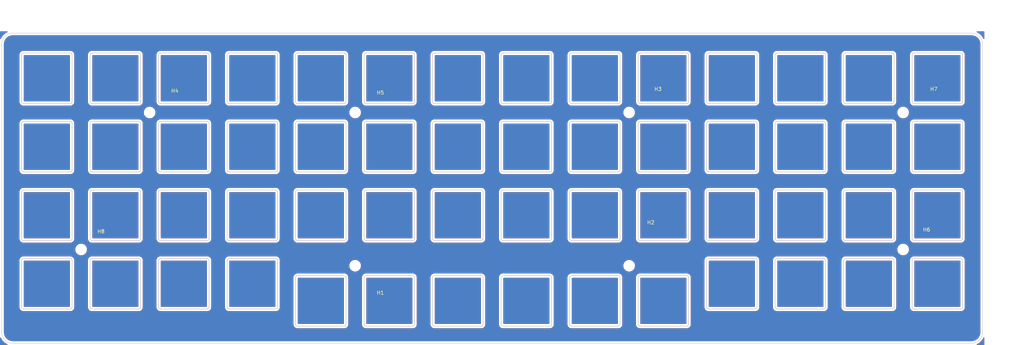
<source format=kicad_pcb>
(kicad_pcb (version 20171130) (host pcbnew "(5.0.2-4-g3082e92af)")
  (layers (0 F.Cu signal) (31 B.Cu signal) (34 B.Paste user hide) (35 F.Paste user hide) (36 B.SilkS user) (37 F.SilkS user) (38 B.Mask user) (39 F.Mask user) (44 Edge.Cuts user))
  (net 0 "")
  (module MountingHole:MountingHole_2.2mm_M2 (layer F.Cu) (at 34.8325 77.77125)
    (fp_text reference H8 (at 5.5 -5) (layer F.SilkS))
    (fp_text value MountingHole)
    (pad 1 np_thru_hole circle (at 0 0) (size 2.2 2.2) (drill 2.2) (layers *.Cu *.Mask))
  )
  (module MountingHole:MountingHole_2.2mm_M2 (layer F.Cu) (at 262.8325 39.77125)
    (fp_text reference H7 (at 8.5 -6.5) (layer F.SilkS))
    (fp_text value MountingHole)
    (pad 1 np_thru_hole circle (at 0 0) (size 2.2 2.2) (drill 2.2) (layers *.Cu *.Mask))
  )
  (module MountingHole:MountingHole_2.2mm_M2 (layer F.Cu) (at 262.8325 77.77125)
    (fp_text reference H6 (at 6.5 -5.5) (layer F.SilkS))
    (fp_text value MountingHole)
    (pad 1 np_thru_hole circle (at 0 0) (size 2.2 2.2) (drill 2.2) (layers *.Cu *.Mask))
  )
  (module MountingHole:MountingHole_2.2mm_M2 (layer F.Cu) (at 110.8325 39.77125)
    (fp_text reference H5 (at 7 -5.5) (layer F.SilkS))
    (fp_text value MountingHole)
    (pad 1 np_thru_hole circle (at 0 0) (size 2.2 2.2) (drill 2.2) (layers *.Cu *.Mask))
  )
  (module MountingHole:MountingHole_2.2mm_M2 (layer F.Cu) (at 53.8325 39.77125)
    (fp_text reference H4 (at 7 -6) (layer F.SilkS))
    (fp_text value MountingHole)
    (pad 1 np_thru_hole circle (at 0 0) (size 2.2 2.2) (drill 2.2) (layers *.Cu *.Mask))
  )
  (module MountingHole:MountingHole_2.2mm_M2 (layer F.Cu) (at 186.8325 39.77125)
    (fp_text reference H3 (at 8 -6.5) (layer F.SilkS))
    (fp_text value MountingHole)
    (pad 1 np_thru_hole circle (at 0 0) (size 2.2 2.2) (drill 2.2) (layers *.Cu *.Mask))
  )
  (module MountingHole:MountingHole_2.2mm_M2 (layer F.Cu) (at 186.8325 82.27125)
    (fp_text reference H2 (at 6 -12) (layer F.SilkS))
    (fp_text value MountingHole)
    (pad 1 np_thru_hole circle (at 0 0) (size 2.2 2.2) (drill 2.2) (layers *.Cu *.Mask))
  )
  (module MountingHole:MountingHole_2.2mm_M2 (layer F.Cu) (at 110.8325 82.27125)
    (fp_text reference H1 (at 7 7.5) (layer F.SilkS))
    (fp_text value MountingHole)
    (pad 1 np_thru_hole circle (at 0 0) (size 2.2 2.2) (drill 2.2) (layers *.Cu *.Mask))
  )
  (gr_line (start 15.8325 17.77125) (end 281.8325 17.77125) (layer Edge.Cuts) (width 0.15))
  (gr_line (start 12.8325 100.77125) (end 12.8325 20.77125) (layer Edge.Cuts) (width 0.15))
  (gr_line (start 281.8325 103.77125) (end 15.8325 103.77125) (layer Edge.Cuts) (width 0.15))
  (gr_line (start 284.8325 20.77125) (end 284.8325 100.77125) (layer Edge.Cuts) (width 0.15))
  (gr_arc (start 15.8325 20.77125) (end 15.8325 17.77125) (angle -90) (layer Edge.Cuts) (width 0.15))
  (gr_arc (start 281.8325 20.77125) (end 284.8325 20.77125) (angle -90) (layer Edge.Cuts) (width 0.15))
  (gr_arc (start 15.8325 100.77125) (end 12.8325 100.77125) (angle -90) (layer Edge.Cuts) (width 0.15))
  (gr_arc (start 281.8325 100.77125) (end 281.8325 103.77125) (angle -90) (layer Edge.Cuts) (width 0.15))
  (gr_arc (start 88.8325 36.77125) (end 88.8325 37.27125) (angle -90) (layer Edge.Cuts) (width 0.2))
  (gr_arc (start 75.8325 36.77125) (end 75.3325 36.77125) (angle -90) (layer Edge.Cuts) (width 0.2))
  (gr_line (start 18.3325 23.77125) (end 18.3325 36.77125) (layer Edge.Cuts) (width 0.2))
  (gr_arc (start 88.8325 55.77125) (end 88.8325 56.27125) (angle -90) (layer Edge.Cuts) (width 0.2))
  (gr_arc (start 75.8325 55.77125) (end 75.3325 55.77125) (angle -90) (layer Edge.Cuts) (width 0.2))
  (gr_arc (start 88.8325 42.77125) (end 89.3325 42.77125) (angle -90) (layer Edge.Cuts) (width 0.2))
  (gr_arc (start 75.8325 42.77125) (end 75.8325 42.27125) (angle -90) (layer Edge.Cuts) (width 0.2))
  (gr_line (start 89.3325 42.77125) (end 89.3325 55.77125) (layer Edge.Cuts) (width 0.2))
  (gr_line (start 75.3325 42.77125) (end 75.3325 55.77125) (layer Edge.Cuts) (width 0.2))
  (gr_line (start 75.8325 56.27125) (end 88.8325 56.27125) (layer Edge.Cuts) (width 0.2))
  (gr_line (start 75.8325 42.27125) (end 88.8325 42.27125) (layer Edge.Cuts) (width 0.2))
  (gr_arc (start 69.8325 55.77125) (end 69.8325 56.27125) (angle -90) (layer Edge.Cuts) (width 0.2))
  (gr_arc (start 56.8325 55.77125) (end 56.3325 55.77125) (angle -90) (layer Edge.Cuts) (width 0.2))
  (gr_arc (start 69.8325 42.77125) (end 70.3325 42.77125) (angle -90) (layer Edge.Cuts) (width 0.2))
  (gr_arc (start 56.8325 42.77125) (end 56.8325 42.27125) (angle -90) (layer Edge.Cuts) (width 0.2))
  (gr_line (start 70.3325 42.77125) (end 70.3325 55.77125) (layer Edge.Cuts) (width 0.2))
  (gr_line (start 56.3325 42.77125) (end 56.3325 55.77125) (layer Edge.Cuts) (width 0.2))
  (gr_line (start 56.8325 56.27125) (end 69.8325 56.27125) (layer Edge.Cuts) (width 0.2))
  (gr_line (start 56.3325 61.77125) (end 56.3325 74.77125) (layer Edge.Cuts) (width 0.2))
  (gr_line (start 56.8325 75.27125) (end 69.8325 75.27125) (layer Edge.Cuts) (width 0.2))
  (gr_line (start 37.8325 75.27125) (end 50.8325 75.27125) (layer Edge.Cuts) (width 0.2))
  (gr_line (start 37.8325 61.27125) (end 50.8325 61.27125) (layer Edge.Cuts) (width 0.2))
  (gr_line (start 56.8325 23.27125) (end 69.8325 23.27125) (layer Edge.Cuts) (width 0.2))
  (gr_line (start 113.8325 37.27125) (end 126.8325 37.27125) (layer Edge.Cuts) (width 0.2))
  (gr_line (start 113.8325 23.27125) (end 126.8325 23.27125) (layer Edge.Cuts) (width 0.2))
  (gr_arc (start 31.8325 61.77125) (end 32.3325 61.77125) (angle -90) (layer Edge.Cuts) (width 0.2))
  (gr_arc (start 37.8325 61.77125) (end 37.8325 61.27125) (angle -90) (layer Edge.Cuts) (width 0.2))
  (gr_arc (start 31.8325 74.77125) (end 31.8325 75.27125) (angle -90) (layer Edge.Cuts) (width 0.2))
  (gr_line (start 37.3325 61.77125) (end 37.3325 74.77125) (layer Edge.Cuts) (width 0.2))
  (gr_arc (start 37.8325 74.77125) (end 37.3325 74.77125) (angle -90) (layer Edge.Cuts) (width 0.2))
  (gr_arc (start 18.8325 36.77125) (end 18.3325 36.77125) (angle -90) (layer Edge.Cuts) (width 0.2))
  (gr_line (start 18.8325 37.27125) (end 31.8325 37.27125) (layer Edge.Cuts) (width 0.2))
  (gr_line (start 37.3325 23.77125) (end 37.3325 36.77125) (layer Edge.Cuts) (width 0.2))
  (gr_line (start 94.8325 37.27125) (end 107.8325 37.27125) (layer Edge.Cuts) (width 0.2))
  (gr_line (start 94.8325 23.27125) (end 107.8325 23.27125) (layer Edge.Cuts) (width 0.2))
  (gr_arc (start 107.8325 36.77125) (end 107.8325 37.27125) (angle -90) (layer Edge.Cuts) (width 0.2))
  (gr_arc (start 94.8325 36.77125) (end 94.3325 36.77125) (angle -90) (layer Edge.Cuts) (width 0.2))
  (gr_arc (start 37.8325 23.77125) (end 37.8325 23.27125) (angle -90) (layer Edge.Cuts) (width 0.2))
  (gr_line (start 89.3325 23.77125) (end 89.3325 36.77125) (layer Edge.Cuts) (width 0.2))
  (gr_line (start 75.3325 23.77125) (end 75.3325 36.77125) (layer Edge.Cuts) (width 0.2))
  (gr_line (start 37.8325 42.27125) (end 50.8325 42.27125) (layer Edge.Cuts) (width 0.2))
  (gr_arc (start 31.8325 55.77125) (end 31.8325 56.27125) (angle -90) (layer Edge.Cuts) (width 0.2))
  (gr_arc (start 18.8325 55.77125) (end 18.3325 55.77125) (angle -90) (layer Edge.Cuts) (width 0.2))
  (gr_arc (start 31.8325 42.77125) (end 32.3325 42.77125) (angle -90) (layer Edge.Cuts) (width 0.2))
  (gr_arc (start 18.8325 42.77125) (end 18.8325 42.27125) (angle -90) (layer Edge.Cuts) (width 0.2))
  (gr_line (start 32.3325 42.77125) (end 32.3325 55.77125) (layer Edge.Cuts) (width 0.2))
  (gr_line (start 18.3325 42.77125) (end 18.3325 55.77125) (layer Edge.Cuts) (width 0.2))
  (gr_line (start 18.8325 56.27125) (end 31.8325 56.27125) (layer Edge.Cuts) (width 0.2))
  (gr_line (start 18.8325 42.27125) (end 31.8325 42.27125) (layer Edge.Cuts) (width 0.2))
  (gr_arc (start 278.8325 36.77125) (end 278.8325 37.27125) (angle -90) (layer Edge.Cuts) (width 0.2))
  (gr_arc (start 265.8325 36.77125) (end 265.3325 36.77125) (angle -90) (layer Edge.Cuts) (width 0.2))
  (gr_arc (start 278.8325 23.77125) (end 279.3325 23.77125) (angle -90) (layer Edge.Cuts) (width 0.2))
  (gr_arc (start 265.8325 23.77125) (end 265.8325 23.27125) (angle -90) (layer Edge.Cuts) (width 0.2))
  (gr_line (start 279.3325 23.77125) (end 279.3325 36.77125) (layer Edge.Cuts) (width 0.2))
  (gr_line (start 265.3325 23.77125) (end 265.3325 36.77125) (layer Edge.Cuts) (width 0.2))
  (gr_line (start 265.8325 37.27125) (end 278.8325 37.27125) (layer Edge.Cuts) (width 0.2))
  (gr_line (start 265.8325 23.27125) (end 278.8325 23.27125) (layer Edge.Cuts) (width 0.2))
  (gr_arc (start 259.8325 36.77125) (end 259.8325 37.27125) (angle -90) (layer Edge.Cuts) (width 0.2))
  (gr_arc (start 246.8325 36.77125) (end 246.3325 36.77125) (angle -90) (layer Edge.Cuts) (width 0.2))
  (gr_arc (start 259.8325 23.77125) (end 260.3325 23.77125) (angle -90) (layer Edge.Cuts) (width 0.2))
  (gr_arc (start 246.8325 23.77125) (end 246.8325 23.27125) (angle -90) (layer Edge.Cuts) (width 0.2))
  (gr_line (start 260.3325 23.77125) (end 260.3325 36.77125) (layer Edge.Cuts) (width 0.2))
  (gr_line (start 246.3325 23.77125) (end 246.3325 36.77125) (layer Edge.Cuts) (width 0.2))
  (gr_line (start 246.8325 37.27125) (end 259.8325 37.27125) (layer Edge.Cuts) (width 0.2))
  (gr_line (start 246.8325 23.27125) (end 259.8325 23.27125) (layer Edge.Cuts) (width 0.2))
  (gr_arc (start 240.8325 36.77125) (end 240.8325 37.27125) (angle -90) (layer Edge.Cuts) (width 0.2))
  (gr_arc (start 227.8325 36.77125) (end 227.3325 36.77125) (angle -90) (layer Edge.Cuts) (width 0.2))
  (gr_arc (start 240.8325 23.77125) (end 241.3325 23.77125) (angle -90) (layer Edge.Cuts) (width 0.2))
  (gr_arc (start 227.8325 23.77125) (end 227.8325 23.27125) (angle -90) (layer Edge.Cuts) (width 0.2))
  (gr_line (start 241.3325 23.77125) (end 241.3325 36.77125) (layer Edge.Cuts) (width 0.2))
  (gr_line (start 227.3325 23.77125) (end 227.3325 36.77125) (layer Edge.Cuts) (width 0.2))
  (gr_line (start 227.8325 37.27125) (end 240.8325 37.27125) (layer Edge.Cuts) (width 0.2))
  (gr_line (start 227.8325 23.27125) (end 240.8325 23.27125) (layer Edge.Cuts) (width 0.2))
  (gr_arc (start 221.8325 36.77125) (end 221.8325 37.27125) (angle -90) (layer Edge.Cuts) (width 0.2))
  (gr_arc (start 208.8325 36.77125) (end 208.3325 36.77125) (angle -90) (layer Edge.Cuts) (width 0.2))
  (gr_arc (start 221.8325 23.77125) (end 222.3325 23.77125) (angle -90) (layer Edge.Cuts) (width 0.2))
  (gr_arc (start 208.8325 23.77125) (end 208.8325 23.27125) (angle -90) (layer Edge.Cuts) (width 0.2))
  (gr_line (start 222.3325 23.77125) (end 222.3325 36.77125) (layer Edge.Cuts) (width 0.2))
  (gr_line (start 208.3325 23.77125) (end 208.3325 36.77125) (layer Edge.Cuts) (width 0.2))
  (gr_line (start 208.8325 37.27125) (end 221.8325 37.27125) (layer Edge.Cuts) (width 0.2))
  (gr_line (start 208.8325 23.27125) (end 221.8325 23.27125) (layer Edge.Cuts) (width 0.2))
  (gr_arc (start 202.8325 36.77125) (end 202.8325 37.27125) (angle -90) (layer Edge.Cuts) (width 0.2))
  (gr_arc (start 189.8325 36.77125) (end 189.3325 36.77125) (angle -90) (layer Edge.Cuts) (width 0.2))
  (gr_arc (start 202.8325 23.77125) (end 203.3325 23.77125) (angle -90) (layer Edge.Cuts) (width 0.2))
  (gr_arc (start 189.8325 23.77125) (end 189.8325 23.27125) (angle -90) (layer Edge.Cuts) (width 0.2))
  (gr_line (start 203.3325 23.77125) (end 203.3325 36.77125) (layer Edge.Cuts) (width 0.2))
  (gr_line (start 189.3325 23.77125) (end 189.3325 36.77125) (layer Edge.Cuts) (width 0.2))
  (gr_line (start 189.8325 37.27125) (end 202.8325 37.27125) (layer Edge.Cuts) (width 0.2))
  (gr_line (start 189.8325 23.27125) (end 202.8325 23.27125) (layer Edge.Cuts) (width 0.2))
  (gr_arc (start 183.8325 36.77125) (end 183.8325 37.27125) (angle -90) (layer Edge.Cuts) (width 0.2))
  (gr_arc (start 170.8325 36.77125) (end 170.3325 36.77125) (angle -90) (layer Edge.Cuts) (width 0.2))
  (gr_arc (start 183.8325 23.77125) (end 184.3325 23.77125) (angle -90) (layer Edge.Cuts) (width 0.2))
  (gr_arc (start 170.8325 23.77125) (end 170.8325 23.27125) (angle -90) (layer Edge.Cuts) (width 0.2))
  (gr_line (start 184.3325 23.77125) (end 184.3325 36.77125) (layer Edge.Cuts) (width 0.2))
  (gr_line (start 170.3325 23.77125) (end 170.3325 36.77125) (layer Edge.Cuts) (width 0.2))
  (gr_line (start 170.8325 37.27125) (end 183.8325 37.27125) (layer Edge.Cuts) (width 0.2))
  (gr_line (start 170.8325 23.27125) (end 183.8325 23.27125) (layer Edge.Cuts) (width 0.2))
  (gr_arc (start 164.8325 36.77125) (end 164.8325 37.27125) (angle -90) (layer Edge.Cuts) (width 0.2))
  (gr_arc (start 151.8325 36.77125) (end 151.3325 36.77125) (angle -90) (layer Edge.Cuts) (width 0.2))
  (gr_arc (start 164.8325 23.77125) (end 165.3325 23.77125) (angle -90) (layer Edge.Cuts) (width 0.2))
  (gr_arc (start 151.8325 23.77125) (end 151.8325 23.27125) (angle -90) (layer Edge.Cuts) (width 0.2))
  (gr_line (start 165.3325 23.77125) (end 165.3325 36.77125) (layer Edge.Cuts) (width 0.2))
  (gr_line (start 151.3325 23.77125) (end 151.3325 36.77125) (layer Edge.Cuts) (width 0.2))
  (gr_line (start 151.8325 37.27125) (end 164.8325 37.27125) (layer Edge.Cuts) (width 0.2))
  (gr_line (start 151.8325 23.27125) (end 164.8325 23.27125) (layer Edge.Cuts) (width 0.2))
  (gr_arc (start 145.8325 36.77125) (end 145.8325 37.27125) (angle -90) (layer Edge.Cuts) (width 0.2))
  (gr_arc (start 132.8325 36.77125) (end 132.3325 36.77125) (angle -90) (layer Edge.Cuts) (width 0.2))
  (gr_arc (start 145.8325 23.77125) (end 146.3325 23.77125) (angle -90) (layer Edge.Cuts) (width 0.2))
  (gr_arc (start 132.8325 23.77125) (end 132.8325 23.27125) (angle -90) (layer Edge.Cuts) (width 0.2))
  (gr_line (start 37.8325 23.27125) (end 50.8325 23.27125) (layer Edge.Cuts) (width 0.2))
  (gr_line (start 37.8325 37.27125) (end 50.8325 37.27125) (layer Edge.Cuts) (width 0.2))
  (gr_arc (start 88.8325 23.77125) (end 89.3325 23.77125) (angle -90) (layer Edge.Cuts) (width 0.2))
  (gr_arc (start 75.8325 23.77125) (end 75.8325 23.27125) (angle -90) (layer Edge.Cuts) (width 0.2))
  (gr_arc (start 50.8325 23.77125) (end 51.3325 23.77125) (angle -90) (layer Edge.Cuts) (width 0.2))
  (gr_line (start 51.3325 23.77125) (end 51.3325 36.77125) (layer Edge.Cuts) (width 0.2))
  (gr_arc (start 37.8325 36.77125) (end 37.3325 36.77125) (angle -90) (layer Edge.Cuts) (width 0.2))
  (gr_arc (start 126.8325 23.77125) (end 127.3325 23.77125) (angle -90) (layer Edge.Cuts) (width 0.2))
  (gr_arc (start 113.8325 23.77125) (end 113.8325 23.27125) (angle -90) (layer Edge.Cuts) (width 0.2))
  (gr_line (start 56.3325 23.77125) (end 56.3325 36.77125) (layer Edge.Cuts) (width 0.2))
  (gr_arc (start 69.8325 36.77125) (end 69.8325 37.27125) (angle -90) (layer Edge.Cuts) (width 0.2))
  (gr_arc (start 56.8325 36.77125) (end 56.3325 36.77125) (angle -90) (layer Edge.Cuts) (width 0.2))
  (gr_arc (start 31.8325 36.77125) (end 31.8325 37.27125) (angle -90) (layer Edge.Cuts) (width 0.2))
  (gr_arc (start 259.8325 55.77125) (end 259.8325 56.27125) (angle -90) (layer Edge.Cuts) (width 0.2))
  (gr_arc (start 246.8325 55.77125) (end 246.3325 55.77125) (angle -90) (layer Edge.Cuts) (width 0.2))
  (gr_arc (start 259.8325 42.77125) (end 260.3325 42.77125) (angle -90) (layer Edge.Cuts) (width 0.2))
  (gr_arc (start 246.8325 42.77125) (end 246.8325 42.27125) (angle -90) (layer Edge.Cuts) (width 0.2))
  (gr_line (start 146.3325 23.77125) (end 146.3325 36.77125) (layer Edge.Cuts) (width 0.2))
  (gr_line (start 132.3325 23.77125) (end 132.3325 36.77125) (layer Edge.Cuts) (width 0.2))
  (gr_line (start 279.3325 42.77125) (end 279.3325 55.77125) (layer Edge.Cuts) (width 0.2))
  (gr_line (start 265.3325 42.77125) (end 265.3325 55.77125) (layer Edge.Cuts) (width 0.2))
  (gr_line (start 265.8325 56.27125) (end 278.8325 56.27125) (layer Edge.Cuts) (width 0.2))
  (gr_line (start 265.8325 42.27125) (end 278.8325 42.27125) (layer Edge.Cuts) (width 0.2))
  (gr_line (start 260.3325 42.77125) (end 260.3325 55.77125) (layer Edge.Cuts) (width 0.2))
  (gr_line (start 246.3325 42.77125) (end 246.3325 55.77125) (layer Edge.Cuts) (width 0.2))
  (gr_line (start 246.8325 56.27125) (end 259.8325 56.27125) (layer Edge.Cuts) (width 0.2))
  (gr_line (start 246.8325 42.27125) (end 259.8325 42.27125) (layer Edge.Cuts) (width 0.2))
  (gr_arc (start 240.8325 55.77125) (end 240.8325 56.27125) (angle -90) (layer Edge.Cuts) (width 0.2))
  (gr_arc (start 227.8325 55.77125) (end 227.3325 55.77125) (angle -90) (layer Edge.Cuts) (width 0.2))
  (gr_arc (start 240.8325 42.77125) (end 241.3325 42.77125) (angle -90) (layer Edge.Cuts) (width 0.2))
  (gr_arc (start 227.8325 42.77125) (end 227.8325 42.27125) (angle -90) (layer Edge.Cuts) (width 0.2))
  (gr_line (start 241.3325 42.77125) (end 241.3325 55.77125) (layer Edge.Cuts) (width 0.2))
  (gr_line (start 227.3325 42.77125) (end 227.3325 55.77125) (layer Edge.Cuts) (width 0.2))
  (gr_line (start 227.8325 56.27125) (end 240.8325 56.27125) (layer Edge.Cuts) (width 0.2))
  (gr_line (start 227.8325 42.27125) (end 240.8325 42.27125) (layer Edge.Cuts) (width 0.2))
  (gr_arc (start 221.8325 55.77125) (end 221.8325 56.27125) (angle -90) (layer Edge.Cuts) (width 0.2))
  (gr_arc (start 208.8325 55.77125) (end 208.3325 55.77125) (angle -90) (layer Edge.Cuts) (width 0.2))
  (gr_arc (start 221.8325 42.77125) (end 222.3325 42.77125) (angle -90) (layer Edge.Cuts) (width 0.2))
  (gr_arc (start 208.8325 42.77125) (end 208.8325 42.27125) (angle -90) (layer Edge.Cuts) (width 0.2))
  (gr_line (start 222.3325 42.77125) (end 222.3325 55.77125) (layer Edge.Cuts) (width 0.2))
  (gr_line (start 208.3325 42.77125) (end 208.3325 55.77125) (layer Edge.Cuts) (width 0.2))
  (gr_line (start 208.8325 56.27125) (end 221.8325 56.27125) (layer Edge.Cuts) (width 0.2))
  (gr_line (start 208.8325 42.27125) (end 221.8325 42.27125) (layer Edge.Cuts) (width 0.2))
  (gr_arc (start 202.8325 55.77125) (end 202.8325 56.27125) (angle -90) (layer Edge.Cuts) (width 0.2))
  (gr_arc (start 189.8325 55.77125) (end 189.3325 55.77125) (angle -90) (layer Edge.Cuts) (width 0.2))
  (gr_arc (start 202.8325 42.77125) (end 203.3325 42.77125) (angle -90) (layer Edge.Cuts) (width 0.2))
  (gr_arc (start 189.8325 42.77125) (end 189.8325 42.27125) (angle -90) (layer Edge.Cuts) (width 0.2))
  (gr_line (start 203.3325 42.77125) (end 203.3325 55.77125) (layer Edge.Cuts) (width 0.2))
  (gr_line (start 189.3325 42.77125) (end 189.3325 55.77125) (layer Edge.Cuts) (width 0.2))
  (gr_line (start 189.8325 56.27125) (end 202.8325 56.27125) (layer Edge.Cuts) (width 0.2))
  (gr_line (start 189.8325 42.27125) (end 202.8325 42.27125) (layer Edge.Cuts) (width 0.2))
  (gr_arc (start 183.8325 55.77125) (end 183.8325 56.27125) (angle -90) (layer Edge.Cuts) (width 0.2))
  (gr_arc (start 170.8325 55.77125) (end 170.3325 55.77125) (angle -90) (layer Edge.Cuts) (width 0.2))
  (gr_arc (start 183.8325 42.77125) (end 184.3325 42.77125) (angle -90) (layer Edge.Cuts) (width 0.2))
  (gr_arc (start 170.8325 42.77125) (end 170.8325 42.27125) (angle -90) (layer Edge.Cuts) (width 0.2))
  (gr_line (start 184.3325 42.77125) (end 184.3325 55.77125) (layer Edge.Cuts) (width 0.2))
  (gr_line (start 170.3325 42.77125) (end 170.3325 55.77125) (layer Edge.Cuts) (width 0.2))
  (gr_line (start 170.8325 56.27125) (end 183.8325 56.27125) (layer Edge.Cuts) (width 0.2))
  (gr_line (start 170.8325 42.27125) (end 183.8325 42.27125) (layer Edge.Cuts) (width 0.2))
  (gr_arc (start 164.8325 55.77125) (end 164.8325 56.27125) (angle -90) (layer Edge.Cuts) (width 0.2))
  (gr_arc (start 151.8325 55.77125) (end 151.3325 55.77125) (angle -90) (layer Edge.Cuts) (width 0.2))
  (gr_arc (start 164.8325 42.77125) (end 165.3325 42.77125) (angle -90) (layer Edge.Cuts) (width 0.2))
  (gr_line (start 75.8325 37.27125) (end 88.8325 37.27125) (layer Edge.Cuts) (width 0.2))
  (gr_line (start 75.8325 23.27125) (end 88.8325 23.27125) (layer Edge.Cuts) (width 0.2))
  (gr_arc (start 56.8325 23.77125) (end 56.8325 23.27125) (angle -90) (layer Edge.Cuts) (width 0.2))
  (gr_arc (start 69.8325 23.77125) (end 70.3325 23.77125) (angle -90) (layer Edge.Cuts) (width 0.2))
  (gr_line (start 113.8325 85.02125) (end 126.8325 85.02125) (layer Edge.Cuts) (width 0.2))
  (gr_arc (start 107.8325 98.52125) (end 107.8325 99.02125) (angle -90) (layer Edge.Cuts) (width 0.2))
  (gr_arc (start 94.8325 98.52125) (end 94.3325 98.52125) (angle -90) (layer Edge.Cuts) (width 0.2))
  (gr_arc (start 107.8325 85.52125) (end 108.3325 85.52125) (angle -90) (layer Edge.Cuts) (width 0.2))
  (gr_arc (start 94.8325 85.52125) (end 94.8325 85.02125) (angle -90) (layer Edge.Cuts) (width 0.2))
  (gr_line (start 108.3325 85.52125) (end 108.3325 98.52125) (layer Edge.Cuts) (width 0.2))
  (gr_line (start 94.3325 85.52125) (end 94.3325 98.52125) (layer Edge.Cuts) (width 0.2))
  (gr_line (start 94.8325 99.02125) (end 107.8325 99.02125) (layer Edge.Cuts) (width 0.2))
  (gr_line (start 94.8325 85.02125) (end 107.8325 85.02125) (layer Edge.Cuts) (width 0.2))
  (gr_arc (start 278.8325 93.77125) (end 278.8325 94.27125) (angle -90) (layer Edge.Cuts) (width 0.2))
  (gr_arc (start 265.8325 93.77125) (end 265.3325 93.77125) (angle -90) (layer Edge.Cuts) (width 0.2))
  (gr_arc (start 278.8325 80.77125) (end 279.3325 80.77125) (angle -90) (layer Edge.Cuts) (width 0.2))
  (gr_arc (start 18.8325 23.77125) (end 18.8325 23.27125) (angle -90) (layer Edge.Cuts) (width 0.2))
  (gr_line (start 132.8325 37.27125) (end 145.8325 37.27125) (layer Edge.Cuts) (width 0.2))
  (gr_line (start 132.8325 23.27125) (end 145.8325 23.27125) (layer Edge.Cuts) (width 0.2))
  (gr_arc (start 132.8325 98.52125) (end 132.3325 98.52125) (angle -90) (layer Edge.Cuts) (width 0.2))
  (gr_arc (start 145.8325 85.52125) (end 146.3325 85.52125) (angle -90) (layer Edge.Cuts) (width 0.2))
  (gr_arc (start 132.8325 85.52125) (end 132.8325 85.02125) (angle -90) (layer Edge.Cuts) (width 0.2))
  (gr_arc (start 113.8325 42.77125) (end 113.8325 42.27125) (angle -90) (layer Edge.Cuts) (width 0.2))
  (gr_line (start 127.3325 42.77125) (end 127.3325 55.77125) (layer Edge.Cuts) (width 0.2))
  (gr_line (start 113.3325 42.77125) (end 113.3325 55.77125) (layer Edge.Cuts) (width 0.2))
  (gr_line (start 113.8325 56.27125) (end 126.8325 56.27125) (layer Edge.Cuts) (width 0.2))
  (gr_line (start 113.8325 42.27125) (end 126.8325 42.27125) (layer Edge.Cuts) (width 0.2))
  (gr_line (start 127.3325 85.52125) (end 127.3325 98.52125) (layer Edge.Cuts) (width 0.2))
  (gr_line (start 113.3325 85.52125) (end 113.3325 98.52125) (layer Edge.Cuts) (width 0.2))
  (gr_line (start 113.8325 99.02125) (end 126.8325 99.02125) (layer Edge.Cuts) (width 0.2))
  (gr_arc (start 126.8325 36.77125) (end 126.8325 37.27125) (angle -90) (layer Edge.Cuts) (width 0.2))
  (gr_arc (start 113.8325 36.77125) (end 113.3325 36.77125) (angle -90) (layer Edge.Cuts) (width 0.2))
  (gr_arc (start 50.8325 36.77125) (end 50.8325 37.27125) (angle -90) (layer Edge.Cuts) (width 0.2))
  (gr_line (start 32.3325 23.77125) (end 32.3325 36.77125) (layer Edge.Cuts) (width 0.2))
  (gr_line (start 151.8325 56.27125) (end 164.8325 56.27125) (layer Edge.Cuts) (width 0.2))
  (gr_line (start 151.8325 42.27125) (end 164.8325 42.27125) (layer Edge.Cuts) (width 0.2))
  (gr_arc (start 145.8325 55.77125) (end 145.8325 56.27125) (angle -90) (layer Edge.Cuts) (width 0.2))
  (gr_arc (start 132.8325 55.77125) (end 132.3325 55.77125) (angle -90) (layer Edge.Cuts) (width 0.2))
  (gr_line (start 108.3325 23.77125) (end 108.3325 36.77125) (layer Edge.Cuts) (width 0.2))
  (gr_line (start 94.3325 23.77125) (end 94.3325 36.77125) (layer Edge.Cuts) (width 0.2))
  (gr_line (start 132.8325 85.02125) (end 145.8325 85.02125) (layer Edge.Cuts) (width 0.2))
  (gr_arc (start 126.8325 98.52125) (end 126.8325 99.02125) (angle -90) (layer Edge.Cuts) (width 0.2))
  (gr_arc (start 113.8325 98.52125) (end 113.3325 98.52125) (angle -90) (layer Edge.Cuts) (width 0.2))
  (gr_arc (start 126.8325 85.52125) (end 127.3325 85.52125) (angle -90) (layer Edge.Cuts) (width 0.2))
  (gr_arc (start 113.8325 85.52125) (end 113.8325 85.02125) (angle -90) (layer Edge.Cuts) (width 0.2))
  (gr_line (start 56.8325 42.27125) (end 69.8325 42.27125) (layer Edge.Cuts) (width 0.2))
  (gr_arc (start 50.8325 55.77125) (end 50.8325 56.27125) (angle -90) (layer Edge.Cuts) (width 0.2))
  (gr_arc (start 37.8325 55.77125) (end 37.3325 55.77125) (angle -90) (layer Edge.Cuts) (width 0.2))
  (gr_arc (start 50.8325 42.77125) (end 51.3325 42.77125) (angle -90) (layer Edge.Cuts) (width 0.2))
  (gr_arc (start 37.8325 42.77125) (end 37.8325 42.27125) (angle -90) (layer Edge.Cuts) (width 0.2))
  (gr_line (start 51.3325 42.77125) (end 51.3325 55.77125) (layer Edge.Cuts) (width 0.2))
  (gr_line (start 37.3325 42.77125) (end 37.3325 55.77125) (layer Edge.Cuts) (width 0.2))
  (gr_line (start 37.8325 56.27125) (end 50.8325 56.27125) (layer Edge.Cuts) (width 0.2))
  (gr_line (start 132.3325 42.77125) (end 132.3325 55.77125) (layer Edge.Cuts) (width 0.2))
  (gr_line (start 132.8325 56.27125) (end 145.8325 56.27125) (layer Edge.Cuts) (width 0.2))
  (gr_line (start 132.8325 42.27125) (end 145.8325 42.27125) (layer Edge.Cuts) (width 0.2))
  (gr_arc (start 126.8325 55.77125) (end 126.8325 56.27125) (angle -90) (layer Edge.Cuts) (width 0.2))
  (gr_arc (start 113.8325 55.77125) (end 113.3325 55.77125) (angle -90) (layer Edge.Cuts) (width 0.2))
  (gr_arc (start 126.8325 42.77125) (end 127.3325 42.77125) (angle -90) (layer Edge.Cuts) (width 0.2))
  (gr_arc (start 107.8325 55.77125) (end 107.8325 56.27125) (angle -90) (layer Edge.Cuts) (width 0.2))
  (gr_arc (start 94.8325 55.77125) (end 94.3325 55.77125) (angle -90) (layer Edge.Cuts) (width 0.2))
  (gr_arc (start 107.8325 42.77125) (end 108.3325 42.77125) (angle -90) (layer Edge.Cuts) (width 0.2))
  (gr_arc (start 94.8325 42.77125) (end 94.8325 42.27125) (angle -90) (layer Edge.Cuts) (width 0.2))
  (gr_line (start 108.3325 42.77125) (end 108.3325 55.77125) (layer Edge.Cuts) (width 0.2))
  (gr_line (start 94.3325 42.77125) (end 94.3325 55.77125) (layer Edge.Cuts) (width 0.2))
  (gr_line (start 94.8325 56.27125) (end 107.8325 56.27125) (layer Edge.Cuts) (width 0.2))
  (gr_line (start 94.8325 42.27125) (end 107.8325 42.27125) (layer Edge.Cuts) (width 0.2))
  (gr_arc (start 107.8325 23.77125) (end 108.3325 23.77125) (angle -90) (layer Edge.Cuts) (width 0.2))
  (gr_arc (start 94.8325 23.77125) (end 94.8325 23.27125) (angle -90) (layer Edge.Cuts) (width 0.2))
  (gr_line (start 70.3325 23.77125) (end 70.3325 36.77125) (layer Edge.Cuts) (width 0.2))
  (gr_line (start 146.3325 85.52125) (end 146.3325 98.52125) (layer Edge.Cuts) (width 0.2))
  (gr_line (start 132.3325 85.52125) (end 132.3325 98.52125) (layer Edge.Cuts) (width 0.2))
  (gr_line (start 132.8325 99.02125) (end 145.8325 99.02125) (layer Edge.Cuts) (width 0.2))
  (gr_line (start 56.8325 37.27125) (end 69.8325 37.27125) (layer Edge.Cuts) (width 0.2))
  (gr_line (start 127.3325 23.77125) (end 127.3325 36.77125) (layer Edge.Cuts) (width 0.2))
  (gr_line (start 113.3325 23.77125) (end 113.3325 36.77125) (layer Edge.Cuts) (width 0.2))
  (gr_line (start 151.8325 99.02125) (end 164.8325 99.02125) (layer Edge.Cuts) (width 0.2))
  (gr_line (start 151.8325 85.02125) (end 164.8325 85.02125) (layer Edge.Cuts) (width 0.2))
  (gr_arc (start 145.8325 98.52125) (end 145.8325 99.02125) (angle -90) (layer Edge.Cuts) (width 0.2))
  (gr_arc (start 151.8325 42.77125) (end 151.8325 42.27125) (angle -90) (layer Edge.Cuts) (width 0.2))
  (gr_line (start 165.3325 42.77125) (end 165.3325 55.77125) (layer Edge.Cuts) (width 0.2))
  (gr_line (start 151.3325 42.77125) (end 151.3325 55.77125) (layer Edge.Cuts) (width 0.2))
  (gr_arc (start 189.8325 85.52125) (end 189.8325 85.02125) (angle -90) (layer Edge.Cuts) (width 0.2))
  (gr_line (start 203.3325 85.52125) (end 203.3325 98.52125) (layer Edge.Cuts) (width 0.2))
  (gr_line (start 189.3325 85.52125) (end 189.3325 98.52125) (layer Edge.Cuts) (width 0.2))
  (gr_line (start 189.8325 99.02125) (end 202.8325 99.02125) (layer Edge.Cuts) (width 0.2))
  (gr_line (start 189.8325 85.02125) (end 202.8325 85.02125) (layer Edge.Cuts) (width 0.2))
  (gr_arc (start 183.8325 98.52125) (end 183.8325 99.02125) (angle -90) (layer Edge.Cuts) (width 0.2))
  (gr_arc (start 170.8325 98.52125) (end 170.3325 98.52125) (angle -90) (layer Edge.Cuts) (width 0.2))
  (gr_arc (start 183.8325 85.52125) (end 184.3325 85.52125) (angle -90) (layer Edge.Cuts) (width 0.2))
  (gr_arc (start 170.8325 85.52125) (end 170.8325 85.02125) (angle -90) (layer Edge.Cuts) (width 0.2))
  (gr_line (start 184.3325 85.52125) (end 184.3325 98.52125) (layer Edge.Cuts) (width 0.2))
  (gr_line (start 170.3325 85.52125) (end 170.3325 98.52125) (layer Edge.Cuts) (width 0.2))
  (gr_line (start 170.8325 99.02125) (end 183.8325 99.02125) (layer Edge.Cuts) (width 0.2))
  (gr_line (start 170.8325 85.02125) (end 183.8325 85.02125) (layer Edge.Cuts) (width 0.2))
  (gr_arc (start 164.8325 98.52125) (end 164.8325 99.02125) (angle -90) (layer Edge.Cuts) (width 0.2))
  (gr_arc (start 151.8325 98.52125) (end 151.3325 98.52125) (angle -90) (layer Edge.Cuts) (width 0.2))
  (gr_arc (start 164.8325 85.52125) (end 165.3325 85.52125) (angle -90) (layer Edge.Cuts) (width 0.2))
  (gr_line (start 18.8325 23.27125) (end 31.8325 23.27125) (layer Edge.Cuts) (width 0.2))
  (gr_arc (start 145.8325 42.77125) (end 146.3325 42.77125) (angle -90) (layer Edge.Cuts) (width 0.2))
  (gr_arc (start 132.8325 42.77125) (end 132.8325 42.27125) (angle -90) (layer Edge.Cuts) (width 0.2))
  (gr_line (start 146.3325 42.77125) (end 146.3325 55.77125) (layer Edge.Cuts) (width 0.2))
  (gr_arc (start 202.8325 98.52125) (end 202.8325 99.02125) (angle -90) (layer Edge.Cuts) (width 0.2))
  (gr_arc (start 189.8325 98.52125) (end 189.3325 98.52125) (angle -90) (layer Edge.Cuts) (width 0.2))
  (gr_arc (start 202.8325 85.52125) (end 203.3325 85.52125) (angle -90) (layer Edge.Cuts) (width 0.2))
  (gr_arc (start 151.8325 85.52125) (end 151.8325 85.02125) (angle -90) (layer Edge.Cuts) (width 0.2))
  (gr_line (start 165.3325 85.52125) (end 165.3325 98.52125) (layer Edge.Cuts) (width 0.2))
  (gr_line (start 151.3325 85.52125) (end 151.3325 98.52125) (layer Edge.Cuts) (width 0.2))
  (gr_line (start 56.8325 61.27125) (end 69.8325 61.27125) (layer Edge.Cuts) (width 0.2))
  (gr_arc (start 50.8325 74.77125) (end 50.8325 75.27125) (angle -90) (layer Edge.Cuts) (width 0.2))
  (gr_arc (start 18.8325 61.77125) (end 18.8325 61.27125) (angle -90) (layer Edge.Cuts) (width 0.2))
  (gr_line (start 18.8325 75.27125) (end 31.8325 75.27125) (layer Edge.Cuts) (width 0.2))
  (gr_arc (start 88.8325 93.77125) (end 88.8325 94.27125) (angle -90) (layer Edge.Cuts) (width 0.2))
  (gr_arc (start 75.8325 93.77125) (end 75.3325 93.77125) (angle -90) (layer Edge.Cuts) (width 0.2))
  (gr_arc (start 88.8325 80.77125) (end 89.3325 80.77125) (angle -90) (layer Edge.Cuts) (width 0.2))
  (gr_arc (start 75.8325 80.77125) (end 75.8325 80.27125) (angle -90) (layer Edge.Cuts) (width 0.2))
  (gr_line (start 89.3325 80.77125) (end 89.3325 93.77125) (layer Edge.Cuts) (width 0.2))
  (gr_line (start 75.3325 80.77125) (end 75.3325 93.77125) (layer Edge.Cuts) (width 0.2))
  (gr_line (start 75.8325 94.27125) (end 88.8325 94.27125) (layer Edge.Cuts) (width 0.2))
  (gr_line (start 75.8325 80.27125) (end 88.8325 80.27125) (layer Edge.Cuts) (width 0.2))
  (gr_arc (start 69.8325 93.77125) (end 69.8325 94.27125) (angle -90) (layer Edge.Cuts) (width 0.2))
  (gr_arc (start 56.8325 93.77125) (end 56.3325 93.77125) (angle -90) (layer Edge.Cuts) (width 0.2))
  (gr_arc (start 69.8325 80.77125) (end 70.3325 80.77125) (angle -90) (layer Edge.Cuts) (width 0.2))
  (gr_arc (start 56.8325 80.77125) (end 56.8325 80.27125) (angle -90) (layer Edge.Cuts) (width 0.2))
  (gr_line (start 70.3325 80.77125) (end 70.3325 93.77125) (layer Edge.Cuts) (width 0.2))
  (gr_line (start 56.3325 80.77125) (end 56.3325 93.77125) (layer Edge.Cuts) (width 0.2))
  (gr_line (start 56.8325 94.27125) (end 69.8325 94.27125) (layer Edge.Cuts) (width 0.2))
  (gr_line (start 56.8325 80.27125) (end 69.8325 80.27125) (layer Edge.Cuts) (width 0.2))
  (gr_arc (start 50.8325 93.77125) (end 50.8325 94.27125) (angle -90) (layer Edge.Cuts) (width 0.2))
  (gr_arc (start 37.8325 93.77125) (end 37.3325 93.77125) (angle -90) (layer Edge.Cuts) (width 0.2))
  (gr_arc (start 50.8325 80.77125) (end 51.3325 80.77125) (angle -90) (layer Edge.Cuts) (width 0.2))
  (gr_arc (start 37.8325 80.77125) (end 37.8325 80.27125) (angle -90) (layer Edge.Cuts) (width 0.2))
  (gr_line (start 51.3325 80.77125) (end 51.3325 93.77125) (layer Edge.Cuts) (width 0.2))
  (gr_line (start 37.3325 80.77125) (end 37.3325 93.77125) (layer Edge.Cuts) (width 0.2))
  (gr_line (start 37.8325 94.27125) (end 50.8325 94.27125) (layer Edge.Cuts) (width 0.2))
  (gr_line (start 37.8325 80.27125) (end 50.8325 80.27125) (layer Edge.Cuts) (width 0.2))
  (gr_arc (start 170.8325 74.77125) (end 170.3325 74.77125) (angle -90) (layer Edge.Cuts) (width 0.2))
  (gr_arc (start 183.8325 61.77125) (end 184.3325 61.77125) (angle -90) (layer Edge.Cuts) (width 0.2))
  (gr_arc (start 170.8325 61.77125) (end 170.8325 61.27125) (angle -90) (layer Edge.Cuts) (width 0.2))
  (gr_line (start 184.3325 61.77125) (end 184.3325 74.77125) (layer Edge.Cuts) (width 0.2))
  (gr_arc (start 208.8325 93.77125) (end 208.3325 93.77125) (angle -90) (layer Edge.Cuts) (width 0.2))
  (gr_arc (start 221.8325 80.77125) (end 222.3325 80.77125) (angle -90) (layer Edge.Cuts) (width 0.2))
  (gr_arc (start 208.8325 80.77125) (end 208.8325 80.27125) (angle -90) (layer Edge.Cuts) (width 0.2))
  (gr_line (start 222.3325 80.77125) (end 222.3325 93.77125) (layer Edge.Cuts) (width 0.2))
  (gr_line (start 208.3325 80.77125) (end 208.3325 93.77125) (layer Edge.Cuts) (width 0.2))
  (gr_line (start 208.8325 94.27125) (end 221.8325 94.27125) (layer Edge.Cuts) (width 0.2))
  (gr_line (start 208.8325 80.27125) (end 221.8325 80.27125) (layer Edge.Cuts) (width 0.2))
  (gr_line (start 32.3325 61.77125) (end 32.3325 74.77125) (layer Edge.Cuts) (width 0.2))
  (gr_arc (start 126.8325 61.77125) (end 127.3325 61.77125) (angle -90) (layer Edge.Cuts) (width 0.2))
  (gr_arc (start 113.8325 61.77125) (end 113.8325 61.27125) (angle -90) (layer Edge.Cuts) (width 0.2))
  (gr_line (start 127.3325 61.77125) (end 127.3325 74.77125) (layer Edge.Cuts) (width 0.2))
  (gr_line (start 113.3325 61.77125) (end 113.3325 74.77125) (layer Edge.Cuts) (width 0.2))
  (gr_line (start 113.8325 75.27125) (end 126.8325 75.27125) (layer Edge.Cuts) (width 0.2))
  (gr_line (start 113.8325 61.27125) (end 126.8325 61.27125) (layer Edge.Cuts) (width 0.2))
  (gr_arc (start 107.8325 74.77125) (end 107.8325 75.27125) (angle -90) (layer Edge.Cuts) (width 0.2))
  (gr_arc (start 94.8325 74.77125) (end 94.3325 74.77125) (angle -90) (layer Edge.Cuts) (width 0.2))
  (gr_arc (start 107.8325 61.77125) (end 108.3325 61.77125) (angle -90) (layer Edge.Cuts) (width 0.2))
  (gr_arc (start 94.8325 61.77125) (end 94.8325 61.27125) (angle -90) (layer Edge.Cuts) (width 0.2))
  (gr_line (start 108.3325 61.77125) (end 108.3325 74.77125) (layer Edge.Cuts) (width 0.2))
  (gr_line (start 94.3325 61.77125) (end 94.3325 74.77125) (layer Edge.Cuts) (width 0.2))
  (gr_line (start 94.8325 75.27125) (end 107.8325 75.27125) (layer Edge.Cuts) (width 0.2))
  (gr_line (start 94.8325 61.27125) (end 107.8325 61.27125) (layer Edge.Cuts) (width 0.2))
  (gr_arc (start 88.8325 74.77125) (end 88.8325 75.27125) (angle -90) (layer Edge.Cuts) (width 0.2))
  (gr_arc (start 132.8325 61.77125) (end 132.8325 61.27125) (angle -90) (layer Edge.Cuts) (width 0.2))
  (gr_line (start 146.3325 61.77125) (end 146.3325 74.77125) (layer Edge.Cuts) (width 0.2))
  (gr_line (start 132.3325 61.77125) (end 132.3325 74.77125) (layer Edge.Cuts) (width 0.2))
  (gr_line (start 132.8325 75.27125) (end 145.8325 75.27125) (layer Edge.Cuts) (width 0.2))
  (gr_line (start 132.8325 61.27125) (end 145.8325 61.27125) (layer Edge.Cuts) (width 0.2))
  (gr_arc (start 126.8325 74.77125) (end 126.8325 75.27125) (angle -90) (layer Edge.Cuts) (width 0.2))
  (gr_arc (start 113.8325 74.77125) (end 113.3325 74.77125) (angle -90) (layer Edge.Cuts) (width 0.2))
  (gr_arc (start 265.8325 55.77125) (end 265.3325 55.77125) (angle -90) (layer Edge.Cuts) (width 0.2))
  (gr_line (start 75.8325 61.27125) (end 88.8325 61.27125) (layer Edge.Cuts) (width 0.2))
  (gr_arc (start 69.8325 74.77125) (end 69.8325 75.27125) (angle -90) (layer Edge.Cuts) (width 0.2))
  (gr_line (start 151.3325 61.77125) (end 151.3325 74.77125) (layer Edge.Cuts) (width 0.2))
  (gr_line (start 151.8325 75.27125) (end 164.8325 75.27125) (layer Edge.Cuts) (width 0.2))
  (gr_line (start 151.8325 61.27125) (end 164.8325 61.27125) (layer Edge.Cuts) (width 0.2))
  (gr_arc (start 145.8325 74.77125) (end 145.8325 75.27125) (angle -90) (layer Edge.Cuts) (width 0.2))
  (gr_arc (start 132.8325 74.77125) (end 132.3325 74.77125) (angle -90) (layer Edge.Cuts) (width 0.2))
  (gr_arc (start 145.8325 61.77125) (end 146.3325 61.77125) (angle -90) (layer Edge.Cuts) (width 0.2))
  (gr_line (start 75.3325 61.77125) (end 75.3325 74.77125) (layer Edge.Cuts) (width 0.2))
  (gr_line (start 75.8325 75.27125) (end 88.8325 75.27125) (layer Edge.Cuts) (width 0.2))
  (gr_arc (start 18.8325 74.77125) (end 18.3325 74.77125) (angle -90) (layer Edge.Cuts) (width 0.2))
  (gr_arc (start 265.8325 42.77125) (end 265.8325 42.27125) (angle -90) (layer Edge.Cuts) (width 0.2))
  (gr_arc (start 56.8325 74.77125) (end 56.3325 74.77125) (angle -90) (layer Edge.Cuts) (width 0.2))
  (gr_arc (start 69.8325 61.77125) (end 70.3325 61.77125) (angle -90) (layer Edge.Cuts) (width 0.2))
  (gr_arc (start 50.8325 61.77125) (end 51.3325 61.77125) (angle -90) (layer Edge.Cuts) (width 0.2))
  (gr_arc (start 75.8325 61.77125) (end 75.8325 61.27125) (angle -90) (layer Edge.Cuts) (width 0.2))
  (gr_line (start 89.3325 61.77125) (end 89.3325 74.77125) (layer Edge.Cuts) (width 0.2))
  (gr_arc (start 31.8325 23.77125) (end 32.3325 23.77125) (angle -90) (layer Edge.Cuts) (width 0.2))
  (gr_line (start 18.3325 61.77125) (end 18.3325 74.77125) (layer Edge.Cuts) (width 0.2))
  (gr_arc (start 75.8325 74.77125) (end 75.3325 74.77125) (angle -90) (layer Edge.Cuts) (width 0.2))
  (gr_arc (start 88.8325 61.77125) (end 89.3325 61.77125) (angle -90) (layer Edge.Cuts) (width 0.2))
  (gr_line (start 227.8325 94.27125) (end 240.8325 94.27125) (layer Edge.Cuts) (width 0.2))
  (gr_line (start 227.8325 80.27125) (end 240.8325 80.27125) (layer Edge.Cuts) (width 0.2))
  (gr_arc (start 221.8325 93.77125) (end 221.8325 94.27125) (angle -90) (layer Edge.Cuts) (width 0.2))
  (gr_arc (start 278.8325 42.77125) (end 279.3325 42.77125) (angle -90) (layer Edge.Cuts) (width 0.2))
  (gr_arc (start 278.8325 55.77125) (end 278.8325 56.27125) (angle -90) (layer Edge.Cuts) (width 0.2))
  (gr_arc (start 56.8325 61.77125) (end 56.8325 61.27125) (angle -90) (layer Edge.Cuts) (width 0.2))
  (gr_line (start 70.3325 61.77125) (end 70.3325 74.77125) (layer Edge.Cuts) (width 0.2))
  (gr_line (start 18.8325 61.27125) (end 31.8325 61.27125) (layer Edge.Cuts) (width 0.2))
  (gr_arc (start 265.8325 80.77125) (end 265.8325 80.27125) (angle -90) (layer Edge.Cuts) (width 0.2))
  (gr_line (start 279.3325 80.77125) (end 279.3325 93.77125) (layer Edge.Cuts) (width 0.2))
  (gr_line (start 265.3325 80.77125) (end 265.3325 93.77125) (layer Edge.Cuts) (width 0.2))
  (gr_line (start 265.8325 94.27125) (end 278.8325 94.27125) (layer Edge.Cuts) (width 0.2))
  (gr_line (start 265.8325 80.27125) (end 278.8325 80.27125) (layer Edge.Cuts) (width 0.2))
  (gr_arc (start 259.8325 93.77125) (end 259.8325 94.27125) (angle -90) (layer Edge.Cuts) (width 0.2))
  (gr_arc (start 246.8325 93.77125) (end 246.3325 93.77125) (angle -90) (layer Edge.Cuts) (width 0.2))
  (gr_arc (start 259.8325 80.77125) (end 260.3325 80.77125) (angle -90) (layer Edge.Cuts) (width 0.2))
  (gr_arc (start 246.8325 80.77125) (end 246.8325 80.27125) (angle -90) (layer Edge.Cuts) (width 0.2))
  (gr_line (start 260.3325 80.77125) (end 260.3325 93.77125) (layer Edge.Cuts) (width 0.2))
  (gr_line (start 246.3325 80.77125) (end 246.3325 93.77125) (layer Edge.Cuts) (width 0.2))
  (gr_line (start 246.8325 94.27125) (end 259.8325 94.27125) (layer Edge.Cuts) (width 0.2))
  (gr_line (start 246.8325 80.27125) (end 259.8325 80.27125) (layer Edge.Cuts) (width 0.2))
  (gr_arc (start 240.8325 93.77125) (end 240.8325 94.27125) (angle -90) (layer Edge.Cuts) (width 0.2))
  (gr_arc (start 227.8325 93.77125) (end 227.3325 93.77125) (angle -90) (layer Edge.Cuts) (width 0.2))
  (gr_arc (start 240.8325 80.77125) (end 241.3325 80.77125) (angle -90) (layer Edge.Cuts) (width 0.2))
  (gr_arc (start 227.8325 80.77125) (end 227.8325 80.27125) (angle -90) (layer Edge.Cuts) (width 0.2))
  (gr_line (start 241.3325 80.77125) (end 241.3325 93.77125) (layer Edge.Cuts) (width 0.2))
  (gr_line (start 227.3325 80.77125) (end 227.3325 93.77125) (layer Edge.Cuts) (width 0.2))
  (gr_line (start 51.3325 61.77125) (end 51.3325 74.77125) (layer Edge.Cuts) (width 0.2))
  (gr_line (start 170.3325 61.77125) (end 170.3325 74.77125) (layer Edge.Cuts) (width 0.2))
  (gr_line (start 170.8325 75.27125) (end 183.8325 75.27125) (layer Edge.Cuts) (width 0.2))
  (gr_line (start 170.8325 61.27125) (end 183.8325 61.27125) (layer Edge.Cuts) (width 0.2))
  (gr_arc (start 164.8325 74.77125) (end 164.8325 75.27125) (angle -90) (layer Edge.Cuts) (width 0.2))
  (gr_arc (start 151.8325 74.77125) (end 151.3325 74.77125) (angle -90) (layer Edge.Cuts) (width 0.2))
  (gr_arc (start 164.8325 61.77125) (end 165.3325 61.77125) (angle -90) (layer Edge.Cuts) (width 0.2))
  (gr_arc (start 151.8325 61.77125) (end 151.8325 61.27125) (angle -90) (layer Edge.Cuts) (width 0.2))
  (gr_line (start 165.3325 61.77125) (end 165.3325 74.77125) (layer Edge.Cuts) (width 0.2))
  (gr_arc (start 278.8325 74.77125) (end 278.8325 75.27125) (angle -90) (layer Edge.Cuts) (width 0.2))
  (gr_arc (start 265.8325 74.77125) (end 265.3325 74.77125) (angle -90) (layer Edge.Cuts) (width 0.2))
  (gr_arc (start 278.8325 61.77125) (end 279.3325 61.77125) (angle -90) (layer Edge.Cuts) (width 0.2))
  (gr_arc (start 265.8325 61.77125) (end 265.8325 61.27125) (angle -90) (layer Edge.Cuts) (width 0.2))
  (gr_line (start 279.3325 61.77125) (end 279.3325 74.77125) (layer Edge.Cuts) (width 0.2))
  (gr_line (start 265.3325 61.77125) (end 265.3325 74.77125) (layer Edge.Cuts) (width 0.2))
  (gr_line (start 265.8325 75.27125) (end 278.8325 75.27125) (layer Edge.Cuts) (width 0.2))
  (gr_line (start 265.8325 61.27125) (end 278.8325 61.27125) (layer Edge.Cuts) (width 0.2))
  (gr_arc (start 259.8325 74.77125) (end 259.8325 75.27125) (angle -90) (layer Edge.Cuts) (width 0.2))
  (gr_arc (start 246.8325 74.77125) (end 246.3325 74.77125) (angle -90) (layer Edge.Cuts) (width 0.2))
  (gr_arc (start 259.8325 61.77125) (end 260.3325 61.77125) (angle -90) (layer Edge.Cuts) (width 0.2))
  (gr_arc (start 246.8325 61.77125) (end 246.8325 61.27125) (angle -90) (layer Edge.Cuts) (width 0.2))
  (gr_line (start 260.3325 61.77125) (end 260.3325 74.77125) (layer Edge.Cuts) (width 0.2))
  (gr_line (start 246.3325 61.77125) (end 246.3325 74.77125) (layer Edge.Cuts) (width 0.2))
  (gr_line (start 246.8325 75.27125) (end 259.8325 75.27125) (layer Edge.Cuts) (width 0.2))
  (gr_line (start 246.8325 61.27125) (end 259.8325 61.27125) (layer Edge.Cuts) (width 0.2))
  (gr_arc (start 240.8325 74.77125) (end 240.8325 75.27125) (angle -90) (layer Edge.Cuts) (width 0.2))
  (gr_arc (start 227.8325 74.77125) (end 227.3325 74.77125) (angle -90) (layer Edge.Cuts) (width 0.2))
  (gr_arc (start 240.8325 61.77125) (end 241.3325 61.77125) (angle -90) (layer Edge.Cuts) (width 0.2))
  (gr_arc (start 227.8325 61.77125) (end 227.8325 61.27125) (angle -90) (layer Edge.Cuts) (width 0.2))
  (gr_line (start 241.3325 61.77125) (end 241.3325 74.77125) (layer Edge.Cuts) (width 0.2))
  (gr_line (start 227.3325 61.77125) (end 227.3325 74.77125) (layer Edge.Cuts) (width 0.2))
  (gr_line (start 227.8325 75.27125) (end 240.8325 75.27125) (layer Edge.Cuts) (width 0.2))
  (gr_line (start 227.8325 61.27125) (end 240.8325 61.27125) (layer Edge.Cuts) (width 0.2))
  (gr_arc (start 31.8325 93.77125) (end 31.8325 94.27125) (angle -90) (layer Edge.Cuts) (width 0.2))
  (gr_arc (start 18.8325 93.77125) (end 18.3325 93.77125) (angle -90) (layer Edge.Cuts) (width 0.2))
  (gr_arc (start 31.8325 80.77125) (end 32.3325 80.77125) (angle -90) (layer Edge.Cuts) (width 0.2))
  (gr_arc (start 18.8325 80.77125) (end 18.8325 80.27125) (angle -90) (layer Edge.Cuts) (width 0.2))
  (gr_line (start 32.3325 80.77125) (end 32.3325 93.77125) (layer Edge.Cuts) (width 0.2))
  (gr_line (start 18.3325 80.77125) (end 18.3325 93.77125) (layer Edge.Cuts) (width 0.2))
  (gr_line (start 18.8325 94.27125) (end 31.8325 94.27125) (layer Edge.Cuts) (width 0.2))
  (gr_line (start 18.8325 80.27125) (end 31.8325 80.27125) (layer Edge.Cuts) (width 0.2))
  (gr_arc (start 221.8325 74.77125) (end 221.8325 75.27125) (angle -90) (layer Edge.Cuts) (width 0.2))
  (gr_arc (start 208.8325 74.77125) (end 208.3325 74.77125) (angle -90) (layer Edge.Cuts) (width 0.2))
  (gr_arc (start 221.8325 61.77125) (end 222.3325 61.77125) (angle -90) (layer Edge.Cuts) (width 0.2))
  (gr_arc (start 208.8325 61.77125) (end 208.8325 61.27125) (angle -90) (layer Edge.Cuts) (width 0.2))
  (gr_line (start 222.3325 61.77125) (end 222.3325 74.77125) (layer Edge.Cuts) (width 0.2))
  (gr_line (start 208.3325 61.77125) (end 208.3325 74.77125) (layer Edge.Cuts) (width 0.2))
  (gr_line (start 208.8325 75.27125) (end 221.8325 75.27125) (layer Edge.Cuts) (width 0.2))
  (gr_line (start 208.8325 61.27125) (end 221.8325 61.27125) (layer Edge.Cuts) (width 0.2))
  (gr_arc (start 202.8325 74.77125) (end 202.8325 75.27125) (angle -90) (layer Edge.Cuts) (width 0.2))
  (gr_arc (start 189.8325 74.77125) (end 189.3325 74.77125) (angle -90) (layer Edge.Cuts) (width 0.2))
  (gr_arc (start 202.8325 61.77125) (end 203.3325 61.77125) (angle -90) (layer Edge.Cuts) (width 0.2))
  (gr_arc (start 189.8325 61.77125) (end 189.8325 61.27125) (angle -90) (layer Edge.Cuts) (width 0.2))
  (gr_line (start 203.3325 61.77125) (end 203.3325 74.77125) (layer Edge.Cuts) (width 0.2))
  (gr_line (start 189.3325 61.77125) (end 189.3325 74.77125) (layer Edge.Cuts) (width 0.2))
  (gr_line (start 189.8325 75.27125) (end 202.8325 75.27125) (layer Edge.Cuts) (width 0.2))
  (gr_line (start 189.8325 61.27125) (end 202.8325 61.27125) (layer Edge.Cuts) (width 0.2))
  (gr_arc (start 183.8325 74.77125) (end 183.8325 75.27125) (angle -90) (layer Edge.Cuts) (width 0.2))
  (zone (net 0) (net_name "") (layer F.Cu) (connect_pads (clearance 0.508)) (min_thickness 0.254) (fill yes (arc_segments 16) (thermal_gap 0.508) (thermal_bridge_width 0.508))
    (polygon (pts (xy 285.3325 17.27125) (xy 12.3325 17.27125) (xy 12.3325 104.27125) (xy 285.3325 104.27125)))
  )
  (zone (net 0) (net_name "") (layer B.Cu) (connect_pads (clearance 0.508)) (min_thickness 0.254) (fill yes (arc_segments 16) (thermal_gap 0.508) (thermal_bridge_width 0.508))
    (polygon (pts (xy 285.3325 17.27125) (xy 12.3325 17.27125) (xy 12.3325 104.27125) (xy 285.3325 104.27125)))
  )
)
</source>
